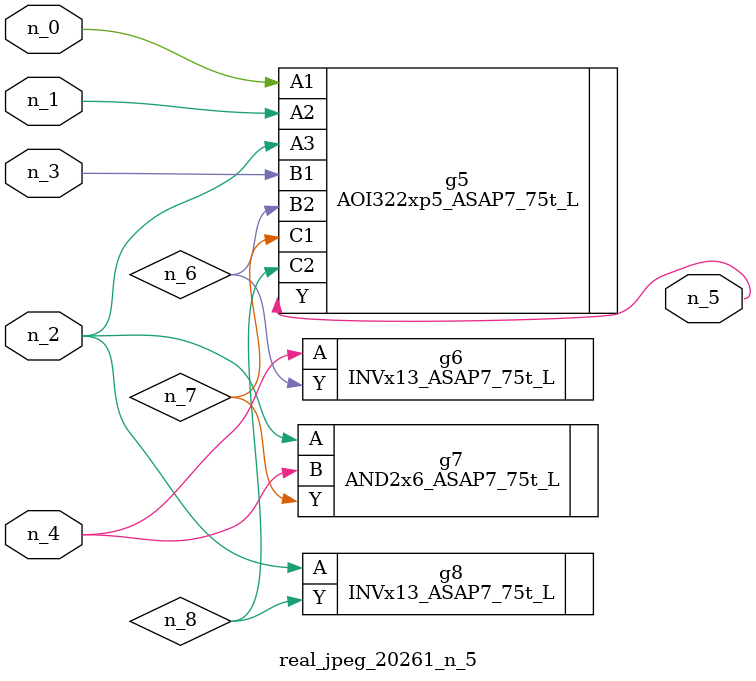
<source format=v>
module real_jpeg_20261_n_5 (n_4, n_0, n_1, n_2, n_3, n_5);

input n_4;
input n_0;
input n_1;
input n_2;
input n_3;

output n_5;

wire n_8;
wire n_6;
wire n_7;

AOI322xp5_ASAP7_75t_L g5 ( 
.A1(n_0),
.A2(n_1),
.A3(n_2),
.B1(n_3),
.B2(n_6),
.C1(n_7),
.C2(n_8),
.Y(n_5)
);

AND2x6_ASAP7_75t_L g7 ( 
.A(n_2),
.B(n_4),
.Y(n_7)
);

INVx13_ASAP7_75t_L g8 ( 
.A(n_2),
.Y(n_8)
);

INVx13_ASAP7_75t_L g6 ( 
.A(n_4),
.Y(n_6)
);


endmodule
</source>
